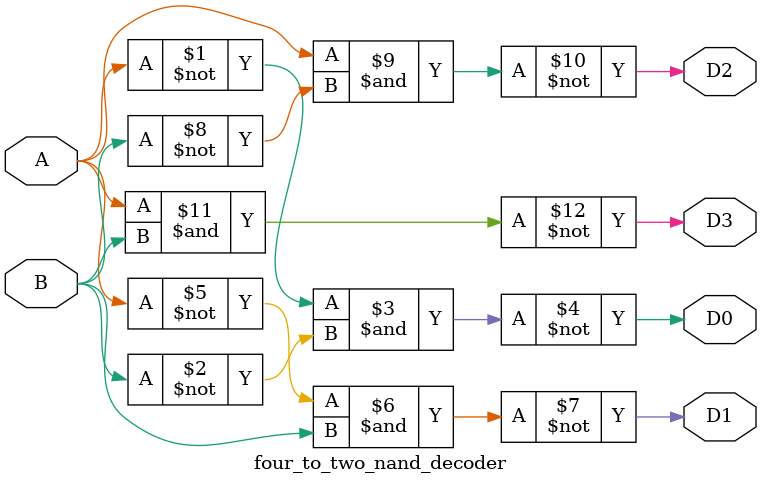
<source format=v>
`timescale 1ns / 1ps

module four_to_two_nand_decoder(A, B, D0, D1, D2, D3);
    input A, B;
    output D0, D1, D2, D3;

    assign D0 = ~(~A & ~B);
    assign D1 = ~(~A & B);
    assign D2 = ~(A & ~B);
    assign D3 = ~(A & B);
endmodule

</source>
